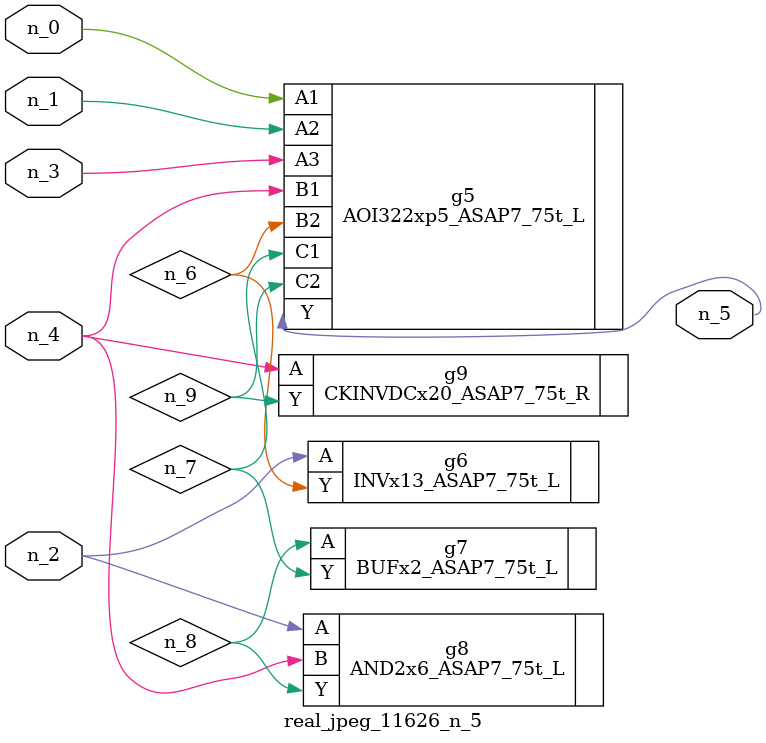
<source format=v>
module real_jpeg_11626_n_5 (n_4, n_0, n_1, n_2, n_3, n_5);

input n_4;
input n_0;
input n_1;
input n_2;
input n_3;

output n_5;

wire n_8;
wire n_6;
wire n_7;
wire n_9;

AOI322xp5_ASAP7_75t_L g5 ( 
.A1(n_0),
.A2(n_1),
.A3(n_3),
.B1(n_4),
.B2(n_6),
.C1(n_7),
.C2(n_9),
.Y(n_5)
);

INVx13_ASAP7_75t_L g6 ( 
.A(n_2),
.Y(n_6)
);

AND2x6_ASAP7_75t_L g8 ( 
.A(n_2),
.B(n_4),
.Y(n_8)
);

CKINVDCx20_ASAP7_75t_R g9 ( 
.A(n_4),
.Y(n_9)
);

BUFx2_ASAP7_75t_L g7 ( 
.A(n_8),
.Y(n_7)
);


endmodule
</source>
